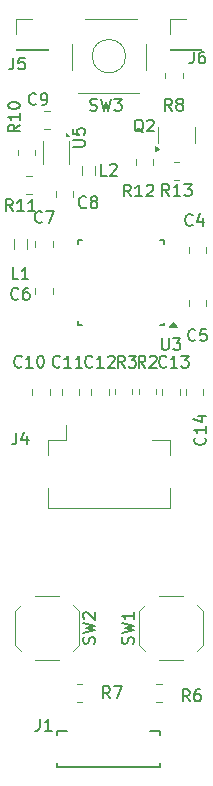
<source format=gbr>
%TF.GenerationSoftware,KiCad,Pcbnew,8.0.6*%
%TF.CreationDate,2024-12-24T16:10:54+01:00*%
%TF.ProjectId,boxmod,626f786d-6f64-42e6-9b69-6361645f7063,rev?*%
%TF.SameCoordinates,Original*%
%TF.FileFunction,Legend,Top*%
%TF.FilePolarity,Positive*%
%FSLAX46Y46*%
G04 Gerber Fmt 4.6, Leading zero omitted, Abs format (unit mm)*
G04 Created by KiCad (PCBNEW 8.0.6) date 2024-12-24 16:10:54*
%MOMM*%
%LPD*%
G01*
G04 APERTURE LIST*
%ADD10C,0.150000*%
%ADD11C,0.120000*%
%ADD12C,0.127000*%
G04 APERTURE END LIST*
D10*
X100833333Y-58954819D02*
X100500000Y-58478628D01*
X100261905Y-58954819D02*
X100261905Y-57954819D01*
X100261905Y-57954819D02*
X100642857Y-57954819D01*
X100642857Y-57954819D02*
X100738095Y-58002438D01*
X100738095Y-58002438D02*
X100785714Y-58050057D01*
X100785714Y-58050057D02*
X100833333Y-58145295D01*
X100833333Y-58145295D02*
X100833333Y-58288152D01*
X100833333Y-58288152D02*
X100785714Y-58383390D01*
X100785714Y-58383390D02*
X100738095Y-58431009D01*
X100738095Y-58431009D02*
X100642857Y-58478628D01*
X100642857Y-58478628D02*
X100261905Y-58478628D01*
X101404762Y-58383390D02*
X101309524Y-58335771D01*
X101309524Y-58335771D02*
X101261905Y-58288152D01*
X101261905Y-58288152D02*
X101214286Y-58192914D01*
X101214286Y-58192914D02*
X101214286Y-58145295D01*
X101214286Y-58145295D02*
X101261905Y-58050057D01*
X101261905Y-58050057D02*
X101309524Y-58002438D01*
X101309524Y-58002438D02*
X101404762Y-57954819D01*
X101404762Y-57954819D02*
X101595238Y-57954819D01*
X101595238Y-57954819D02*
X101690476Y-58002438D01*
X101690476Y-58002438D02*
X101738095Y-58050057D01*
X101738095Y-58050057D02*
X101785714Y-58145295D01*
X101785714Y-58145295D02*
X101785714Y-58192914D01*
X101785714Y-58192914D02*
X101738095Y-58288152D01*
X101738095Y-58288152D02*
X101690476Y-58335771D01*
X101690476Y-58335771D02*
X101595238Y-58383390D01*
X101595238Y-58383390D02*
X101404762Y-58383390D01*
X101404762Y-58383390D02*
X101309524Y-58431009D01*
X101309524Y-58431009D02*
X101261905Y-58478628D01*
X101261905Y-58478628D02*
X101214286Y-58573866D01*
X101214286Y-58573866D02*
X101214286Y-58764342D01*
X101214286Y-58764342D02*
X101261905Y-58859580D01*
X101261905Y-58859580D02*
X101309524Y-58907200D01*
X101309524Y-58907200D02*
X101404762Y-58954819D01*
X101404762Y-58954819D02*
X101595238Y-58954819D01*
X101595238Y-58954819D02*
X101690476Y-58907200D01*
X101690476Y-58907200D02*
X101738095Y-58859580D01*
X101738095Y-58859580D02*
X101785714Y-58764342D01*
X101785714Y-58764342D02*
X101785714Y-58573866D01*
X101785714Y-58573866D02*
X101738095Y-58478628D01*
X101738095Y-58478628D02*
X101690476Y-58431009D01*
X101690476Y-58431009D02*
X101595238Y-58383390D01*
X95333333Y-64454819D02*
X94857143Y-64454819D01*
X94857143Y-64454819D02*
X94857143Y-63454819D01*
X95619048Y-63550057D02*
X95666667Y-63502438D01*
X95666667Y-63502438D02*
X95761905Y-63454819D01*
X95761905Y-63454819D02*
X96000000Y-63454819D01*
X96000000Y-63454819D02*
X96095238Y-63502438D01*
X96095238Y-63502438D02*
X96142857Y-63550057D01*
X96142857Y-63550057D02*
X96190476Y-63645295D01*
X96190476Y-63645295D02*
X96190476Y-63740533D01*
X96190476Y-63740533D02*
X96142857Y-63883390D01*
X96142857Y-63883390D02*
X95571429Y-64454819D01*
X95571429Y-64454819D02*
X96190476Y-64454819D01*
X102833333Y-78359580D02*
X102785714Y-78407200D01*
X102785714Y-78407200D02*
X102642857Y-78454819D01*
X102642857Y-78454819D02*
X102547619Y-78454819D01*
X102547619Y-78454819D02*
X102404762Y-78407200D01*
X102404762Y-78407200D02*
X102309524Y-78311961D01*
X102309524Y-78311961D02*
X102261905Y-78216723D01*
X102261905Y-78216723D02*
X102214286Y-78026247D01*
X102214286Y-78026247D02*
X102214286Y-77883390D01*
X102214286Y-77883390D02*
X102261905Y-77692914D01*
X102261905Y-77692914D02*
X102309524Y-77597676D01*
X102309524Y-77597676D02*
X102404762Y-77502438D01*
X102404762Y-77502438D02*
X102547619Y-77454819D01*
X102547619Y-77454819D02*
X102642857Y-77454819D01*
X102642857Y-77454819D02*
X102785714Y-77502438D01*
X102785714Y-77502438D02*
X102833333Y-77550057D01*
X103738095Y-77454819D02*
X103261905Y-77454819D01*
X103261905Y-77454819D02*
X103214286Y-77931009D01*
X103214286Y-77931009D02*
X103261905Y-77883390D01*
X103261905Y-77883390D02*
X103357143Y-77835771D01*
X103357143Y-77835771D02*
X103595238Y-77835771D01*
X103595238Y-77835771D02*
X103690476Y-77883390D01*
X103690476Y-77883390D02*
X103738095Y-77931009D01*
X103738095Y-77931009D02*
X103785714Y-78026247D01*
X103785714Y-78026247D02*
X103785714Y-78264342D01*
X103785714Y-78264342D02*
X103738095Y-78359580D01*
X103738095Y-78359580D02*
X103690476Y-78407200D01*
X103690476Y-78407200D02*
X103595238Y-78454819D01*
X103595238Y-78454819D02*
X103357143Y-78454819D01*
X103357143Y-78454819D02*
X103261905Y-78407200D01*
X103261905Y-78407200D02*
X103214286Y-78359580D01*
X87357142Y-67454819D02*
X87023809Y-66978628D01*
X86785714Y-67454819D02*
X86785714Y-66454819D01*
X86785714Y-66454819D02*
X87166666Y-66454819D01*
X87166666Y-66454819D02*
X87261904Y-66502438D01*
X87261904Y-66502438D02*
X87309523Y-66550057D01*
X87309523Y-66550057D02*
X87357142Y-66645295D01*
X87357142Y-66645295D02*
X87357142Y-66788152D01*
X87357142Y-66788152D02*
X87309523Y-66883390D01*
X87309523Y-66883390D02*
X87261904Y-66931009D01*
X87261904Y-66931009D02*
X87166666Y-66978628D01*
X87166666Y-66978628D02*
X86785714Y-66978628D01*
X88309523Y-67454819D02*
X87738095Y-67454819D01*
X88023809Y-67454819D02*
X88023809Y-66454819D01*
X88023809Y-66454819D02*
X87928571Y-66597676D01*
X87928571Y-66597676D02*
X87833333Y-66692914D01*
X87833333Y-66692914D02*
X87738095Y-66740533D01*
X89261904Y-67454819D02*
X88690476Y-67454819D01*
X88976190Y-67454819D02*
X88976190Y-66454819D01*
X88976190Y-66454819D02*
X88880952Y-66597676D01*
X88880952Y-66597676D02*
X88785714Y-66692914D01*
X88785714Y-66692914D02*
X88690476Y-66740533D01*
X96833333Y-80704819D02*
X96500000Y-80228628D01*
X96261905Y-80704819D02*
X96261905Y-79704819D01*
X96261905Y-79704819D02*
X96642857Y-79704819D01*
X96642857Y-79704819D02*
X96738095Y-79752438D01*
X96738095Y-79752438D02*
X96785714Y-79800057D01*
X96785714Y-79800057D02*
X96833333Y-79895295D01*
X96833333Y-79895295D02*
X96833333Y-80038152D01*
X96833333Y-80038152D02*
X96785714Y-80133390D01*
X96785714Y-80133390D02*
X96738095Y-80181009D01*
X96738095Y-80181009D02*
X96642857Y-80228628D01*
X96642857Y-80228628D02*
X96261905Y-80228628D01*
X97166667Y-79704819D02*
X97785714Y-79704819D01*
X97785714Y-79704819D02*
X97452381Y-80085771D01*
X97452381Y-80085771D02*
X97595238Y-80085771D01*
X97595238Y-80085771D02*
X97690476Y-80133390D01*
X97690476Y-80133390D02*
X97738095Y-80181009D01*
X97738095Y-80181009D02*
X97785714Y-80276247D01*
X97785714Y-80276247D02*
X97785714Y-80514342D01*
X97785714Y-80514342D02*
X97738095Y-80609580D01*
X97738095Y-80609580D02*
X97690476Y-80657200D01*
X97690476Y-80657200D02*
X97595238Y-80704819D01*
X97595238Y-80704819D02*
X97309524Y-80704819D01*
X97309524Y-80704819D02*
X97214286Y-80657200D01*
X97214286Y-80657200D02*
X97166667Y-80609580D01*
X98583333Y-80704819D02*
X98250000Y-80228628D01*
X98011905Y-80704819D02*
X98011905Y-79704819D01*
X98011905Y-79704819D02*
X98392857Y-79704819D01*
X98392857Y-79704819D02*
X98488095Y-79752438D01*
X98488095Y-79752438D02*
X98535714Y-79800057D01*
X98535714Y-79800057D02*
X98583333Y-79895295D01*
X98583333Y-79895295D02*
X98583333Y-80038152D01*
X98583333Y-80038152D02*
X98535714Y-80133390D01*
X98535714Y-80133390D02*
X98488095Y-80181009D01*
X98488095Y-80181009D02*
X98392857Y-80228628D01*
X98392857Y-80228628D02*
X98011905Y-80228628D01*
X98964286Y-79800057D02*
X99011905Y-79752438D01*
X99011905Y-79752438D02*
X99107143Y-79704819D01*
X99107143Y-79704819D02*
X99345238Y-79704819D01*
X99345238Y-79704819D02*
X99440476Y-79752438D01*
X99440476Y-79752438D02*
X99488095Y-79800057D01*
X99488095Y-79800057D02*
X99535714Y-79895295D01*
X99535714Y-79895295D02*
X99535714Y-79990533D01*
X99535714Y-79990533D02*
X99488095Y-80133390D01*
X99488095Y-80133390D02*
X98916667Y-80704819D01*
X98916667Y-80704819D02*
X99535714Y-80704819D01*
X98404761Y-60800057D02*
X98309523Y-60752438D01*
X98309523Y-60752438D02*
X98214285Y-60657200D01*
X98214285Y-60657200D02*
X98071428Y-60514342D01*
X98071428Y-60514342D02*
X97976190Y-60466723D01*
X97976190Y-60466723D02*
X97880952Y-60466723D01*
X97928571Y-60704819D02*
X97833333Y-60657200D01*
X97833333Y-60657200D02*
X97738095Y-60561961D01*
X97738095Y-60561961D02*
X97690476Y-60371485D01*
X97690476Y-60371485D02*
X97690476Y-60038152D01*
X97690476Y-60038152D02*
X97738095Y-59847676D01*
X97738095Y-59847676D02*
X97833333Y-59752438D01*
X97833333Y-59752438D02*
X97928571Y-59704819D01*
X97928571Y-59704819D02*
X98119047Y-59704819D01*
X98119047Y-59704819D02*
X98214285Y-59752438D01*
X98214285Y-59752438D02*
X98309523Y-59847676D01*
X98309523Y-59847676D02*
X98357142Y-60038152D01*
X98357142Y-60038152D02*
X98357142Y-60371485D01*
X98357142Y-60371485D02*
X98309523Y-60561961D01*
X98309523Y-60561961D02*
X98214285Y-60657200D01*
X98214285Y-60657200D02*
X98119047Y-60704819D01*
X98119047Y-60704819D02*
X97928571Y-60704819D01*
X98738095Y-59800057D02*
X98785714Y-59752438D01*
X98785714Y-59752438D02*
X98880952Y-59704819D01*
X98880952Y-59704819D02*
X99119047Y-59704819D01*
X99119047Y-59704819D02*
X99214285Y-59752438D01*
X99214285Y-59752438D02*
X99261904Y-59800057D01*
X99261904Y-59800057D02*
X99309523Y-59895295D01*
X99309523Y-59895295D02*
X99309523Y-59990533D01*
X99309523Y-59990533D02*
X99261904Y-60133390D01*
X99261904Y-60133390D02*
X98690476Y-60704819D01*
X98690476Y-60704819D02*
X99309523Y-60704819D01*
X102333333Y-108954819D02*
X102000000Y-108478628D01*
X101761905Y-108954819D02*
X101761905Y-107954819D01*
X101761905Y-107954819D02*
X102142857Y-107954819D01*
X102142857Y-107954819D02*
X102238095Y-108002438D01*
X102238095Y-108002438D02*
X102285714Y-108050057D01*
X102285714Y-108050057D02*
X102333333Y-108145295D01*
X102333333Y-108145295D02*
X102333333Y-108288152D01*
X102333333Y-108288152D02*
X102285714Y-108383390D01*
X102285714Y-108383390D02*
X102238095Y-108431009D01*
X102238095Y-108431009D02*
X102142857Y-108478628D01*
X102142857Y-108478628D02*
X101761905Y-108478628D01*
X103190476Y-107954819D02*
X103000000Y-107954819D01*
X103000000Y-107954819D02*
X102904762Y-108002438D01*
X102904762Y-108002438D02*
X102857143Y-108050057D01*
X102857143Y-108050057D02*
X102761905Y-108192914D01*
X102761905Y-108192914D02*
X102714286Y-108383390D01*
X102714286Y-108383390D02*
X102714286Y-108764342D01*
X102714286Y-108764342D02*
X102761905Y-108859580D01*
X102761905Y-108859580D02*
X102809524Y-108907200D01*
X102809524Y-108907200D02*
X102904762Y-108954819D01*
X102904762Y-108954819D02*
X103095238Y-108954819D01*
X103095238Y-108954819D02*
X103190476Y-108907200D01*
X103190476Y-108907200D02*
X103238095Y-108859580D01*
X103238095Y-108859580D02*
X103285714Y-108764342D01*
X103285714Y-108764342D02*
X103285714Y-108526247D01*
X103285714Y-108526247D02*
X103238095Y-108431009D01*
X103238095Y-108431009D02*
X103190476Y-108383390D01*
X103190476Y-108383390D02*
X103095238Y-108335771D01*
X103095238Y-108335771D02*
X102904762Y-108335771D01*
X102904762Y-108335771D02*
X102809524Y-108383390D01*
X102809524Y-108383390D02*
X102761905Y-108431009D01*
X102761905Y-108431009D02*
X102714286Y-108526247D01*
X87954819Y-60142857D02*
X87478628Y-60476190D01*
X87954819Y-60714285D02*
X86954819Y-60714285D01*
X86954819Y-60714285D02*
X86954819Y-60333333D01*
X86954819Y-60333333D02*
X87002438Y-60238095D01*
X87002438Y-60238095D02*
X87050057Y-60190476D01*
X87050057Y-60190476D02*
X87145295Y-60142857D01*
X87145295Y-60142857D02*
X87288152Y-60142857D01*
X87288152Y-60142857D02*
X87383390Y-60190476D01*
X87383390Y-60190476D02*
X87431009Y-60238095D01*
X87431009Y-60238095D02*
X87478628Y-60333333D01*
X87478628Y-60333333D02*
X87478628Y-60714285D01*
X87954819Y-59190476D02*
X87954819Y-59761904D01*
X87954819Y-59476190D02*
X86954819Y-59476190D01*
X86954819Y-59476190D02*
X87097676Y-59571428D01*
X87097676Y-59571428D02*
X87192914Y-59666666D01*
X87192914Y-59666666D02*
X87240533Y-59761904D01*
X86954819Y-58571428D02*
X86954819Y-58476190D01*
X86954819Y-58476190D02*
X87002438Y-58380952D01*
X87002438Y-58380952D02*
X87050057Y-58333333D01*
X87050057Y-58333333D02*
X87145295Y-58285714D01*
X87145295Y-58285714D02*
X87335771Y-58238095D01*
X87335771Y-58238095D02*
X87573866Y-58238095D01*
X87573866Y-58238095D02*
X87764342Y-58285714D01*
X87764342Y-58285714D02*
X87859580Y-58333333D01*
X87859580Y-58333333D02*
X87907200Y-58380952D01*
X87907200Y-58380952D02*
X87954819Y-58476190D01*
X87954819Y-58476190D02*
X87954819Y-58571428D01*
X87954819Y-58571428D02*
X87907200Y-58666666D01*
X87907200Y-58666666D02*
X87859580Y-58714285D01*
X87859580Y-58714285D02*
X87764342Y-58761904D01*
X87764342Y-58761904D02*
X87573866Y-58809523D01*
X87573866Y-58809523D02*
X87335771Y-58809523D01*
X87335771Y-58809523D02*
X87145295Y-58761904D01*
X87145295Y-58761904D02*
X87050057Y-58714285D01*
X87050057Y-58714285D02*
X87002438Y-58666666D01*
X87002438Y-58666666D02*
X86954819Y-58571428D01*
X100357142Y-80609580D02*
X100309523Y-80657200D01*
X100309523Y-80657200D02*
X100166666Y-80704819D01*
X100166666Y-80704819D02*
X100071428Y-80704819D01*
X100071428Y-80704819D02*
X99928571Y-80657200D01*
X99928571Y-80657200D02*
X99833333Y-80561961D01*
X99833333Y-80561961D02*
X99785714Y-80466723D01*
X99785714Y-80466723D02*
X99738095Y-80276247D01*
X99738095Y-80276247D02*
X99738095Y-80133390D01*
X99738095Y-80133390D02*
X99785714Y-79942914D01*
X99785714Y-79942914D02*
X99833333Y-79847676D01*
X99833333Y-79847676D02*
X99928571Y-79752438D01*
X99928571Y-79752438D02*
X100071428Y-79704819D01*
X100071428Y-79704819D02*
X100166666Y-79704819D01*
X100166666Y-79704819D02*
X100309523Y-79752438D01*
X100309523Y-79752438D02*
X100357142Y-79800057D01*
X101309523Y-80704819D02*
X100738095Y-80704819D01*
X101023809Y-80704819D02*
X101023809Y-79704819D01*
X101023809Y-79704819D02*
X100928571Y-79847676D01*
X100928571Y-79847676D02*
X100833333Y-79942914D01*
X100833333Y-79942914D02*
X100738095Y-79990533D01*
X101642857Y-79704819D02*
X102261904Y-79704819D01*
X102261904Y-79704819D02*
X101928571Y-80085771D01*
X101928571Y-80085771D02*
X102071428Y-80085771D01*
X102071428Y-80085771D02*
X102166666Y-80133390D01*
X102166666Y-80133390D02*
X102214285Y-80181009D01*
X102214285Y-80181009D02*
X102261904Y-80276247D01*
X102261904Y-80276247D02*
X102261904Y-80514342D01*
X102261904Y-80514342D02*
X102214285Y-80609580D01*
X102214285Y-80609580D02*
X102166666Y-80657200D01*
X102166666Y-80657200D02*
X102071428Y-80704819D01*
X102071428Y-80704819D02*
X101785714Y-80704819D01*
X101785714Y-80704819D02*
X101690476Y-80657200D01*
X101690476Y-80657200D02*
X101642857Y-80609580D01*
X91357142Y-80609580D02*
X91309523Y-80657200D01*
X91309523Y-80657200D02*
X91166666Y-80704819D01*
X91166666Y-80704819D02*
X91071428Y-80704819D01*
X91071428Y-80704819D02*
X90928571Y-80657200D01*
X90928571Y-80657200D02*
X90833333Y-80561961D01*
X90833333Y-80561961D02*
X90785714Y-80466723D01*
X90785714Y-80466723D02*
X90738095Y-80276247D01*
X90738095Y-80276247D02*
X90738095Y-80133390D01*
X90738095Y-80133390D02*
X90785714Y-79942914D01*
X90785714Y-79942914D02*
X90833333Y-79847676D01*
X90833333Y-79847676D02*
X90928571Y-79752438D01*
X90928571Y-79752438D02*
X91071428Y-79704819D01*
X91071428Y-79704819D02*
X91166666Y-79704819D01*
X91166666Y-79704819D02*
X91309523Y-79752438D01*
X91309523Y-79752438D02*
X91357142Y-79800057D01*
X92309523Y-80704819D02*
X91738095Y-80704819D01*
X92023809Y-80704819D02*
X92023809Y-79704819D01*
X92023809Y-79704819D02*
X91928571Y-79847676D01*
X91928571Y-79847676D02*
X91833333Y-79942914D01*
X91833333Y-79942914D02*
X91738095Y-79990533D01*
X93261904Y-80704819D02*
X92690476Y-80704819D01*
X92976190Y-80704819D02*
X92976190Y-79704819D01*
X92976190Y-79704819D02*
X92880952Y-79847676D01*
X92880952Y-79847676D02*
X92785714Y-79942914D01*
X92785714Y-79942914D02*
X92690476Y-79990533D01*
X92454819Y-62011904D02*
X93264342Y-62011904D01*
X93264342Y-62011904D02*
X93359580Y-61964285D01*
X93359580Y-61964285D02*
X93407200Y-61916666D01*
X93407200Y-61916666D02*
X93454819Y-61821428D01*
X93454819Y-61821428D02*
X93454819Y-61630952D01*
X93454819Y-61630952D02*
X93407200Y-61535714D01*
X93407200Y-61535714D02*
X93359580Y-61488095D01*
X93359580Y-61488095D02*
X93264342Y-61440476D01*
X93264342Y-61440476D02*
X92454819Y-61440476D01*
X92454819Y-60488095D02*
X92454819Y-60964285D01*
X92454819Y-60964285D02*
X92931009Y-61011904D01*
X92931009Y-61011904D02*
X92883390Y-60964285D01*
X92883390Y-60964285D02*
X92835771Y-60869047D01*
X92835771Y-60869047D02*
X92835771Y-60630952D01*
X92835771Y-60630952D02*
X92883390Y-60535714D01*
X92883390Y-60535714D02*
X92931009Y-60488095D01*
X92931009Y-60488095D02*
X93026247Y-60440476D01*
X93026247Y-60440476D02*
X93264342Y-60440476D01*
X93264342Y-60440476D02*
X93359580Y-60488095D01*
X93359580Y-60488095D02*
X93407200Y-60535714D01*
X93407200Y-60535714D02*
X93454819Y-60630952D01*
X93454819Y-60630952D02*
X93454819Y-60869047D01*
X93454819Y-60869047D02*
X93407200Y-60964285D01*
X93407200Y-60964285D02*
X93359580Y-61011904D01*
X97557200Y-104083332D02*
X97604819Y-103940475D01*
X97604819Y-103940475D02*
X97604819Y-103702380D01*
X97604819Y-103702380D02*
X97557200Y-103607142D01*
X97557200Y-103607142D02*
X97509580Y-103559523D01*
X97509580Y-103559523D02*
X97414342Y-103511904D01*
X97414342Y-103511904D02*
X97319104Y-103511904D01*
X97319104Y-103511904D02*
X97223866Y-103559523D01*
X97223866Y-103559523D02*
X97176247Y-103607142D01*
X97176247Y-103607142D02*
X97128628Y-103702380D01*
X97128628Y-103702380D02*
X97081009Y-103892856D01*
X97081009Y-103892856D02*
X97033390Y-103988094D01*
X97033390Y-103988094D02*
X96985771Y-104035713D01*
X96985771Y-104035713D02*
X96890533Y-104083332D01*
X96890533Y-104083332D02*
X96795295Y-104083332D01*
X96795295Y-104083332D02*
X96700057Y-104035713D01*
X96700057Y-104035713D02*
X96652438Y-103988094D01*
X96652438Y-103988094D02*
X96604819Y-103892856D01*
X96604819Y-103892856D02*
X96604819Y-103654761D01*
X96604819Y-103654761D02*
X96652438Y-103511904D01*
X96604819Y-103178570D02*
X97604819Y-102940475D01*
X97604819Y-102940475D02*
X96890533Y-102749999D01*
X96890533Y-102749999D02*
X97604819Y-102559523D01*
X97604819Y-102559523D02*
X96604819Y-102321428D01*
X97604819Y-101416666D02*
X97604819Y-101988094D01*
X97604819Y-101702380D02*
X96604819Y-101702380D01*
X96604819Y-101702380D02*
X96747676Y-101797618D01*
X96747676Y-101797618D02*
X96842914Y-101892856D01*
X96842914Y-101892856D02*
X96890533Y-101988094D01*
X87833333Y-74859580D02*
X87785714Y-74907200D01*
X87785714Y-74907200D02*
X87642857Y-74954819D01*
X87642857Y-74954819D02*
X87547619Y-74954819D01*
X87547619Y-74954819D02*
X87404762Y-74907200D01*
X87404762Y-74907200D02*
X87309524Y-74811961D01*
X87309524Y-74811961D02*
X87261905Y-74716723D01*
X87261905Y-74716723D02*
X87214286Y-74526247D01*
X87214286Y-74526247D02*
X87214286Y-74383390D01*
X87214286Y-74383390D02*
X87261905Y-74192914D01*
X87261905Y-74192914D02*
X87309524Y-74097676D01*
X87309524Y-74097676D02*
X87404762Y-74002438D01*
X87404762Y-74002438D02*
X87547619Y-73954819D01*
X87547619Y-73954819D02*
X87642857Y-73954819D01*
X87642857Y-73954819D02*
X87785714Y-74002438D01*
X87785714Y-74002438D02*
X87833333Y-74050057D01*
X88690476Y-73954819D02*
X88500000Y-73954819D01*
X88500000Y-73954819D02*
X88404762Y-74002438D01*
X88404762Y-74002438D02*
X88357143Y-74050057D01*
X88357143Y-74050057D02*
X88261905Y-74192914D01*
X88261905Y-74192914D02*
X88214286Y-74383390D01*
X88214286Y-74383390D02*
X88214286Y-74764342D01*
X88214286Y-74764342D02*
X88261905Y-74859580D01*
X88261905Y-74859580D02*
X88309524Y-74907200D01*
X88309524Y-74907200D02*
X88404762Y-74954819D01*
X88404762Y-74954819D02*
X88595238Y-74954819D01*
X88595238Y-74954819D02*
X88690476Y-74907200D01*
X88690476Y-74907200D02*
X88738095Y-74859580D01*
X88738095Y-74859580D02*
X88785714Y-74764342D01*
X88785714Y-74764342D02*
X88785714Y-74526247D01*
X88785714Y-74526247D02*
X88738095Y-74431009D01*
X88738095Y-74431009D02*
X88690476Y-74383390D01*
X88690476Y-74383390D02*
X88595238Y-74335771D01*
X88595238Y-74335771D02*
X88404762Y-74335771D01*
X88404762Y-74335771D02*
X88309524Y-74383390D01*
X88309524Y-74383390D02*
X88261905Y-74431009D01*
X88261905Y-74431009D02*
X88214286Y-74526247D01*
X87666666Y-86204819D02*
X87666666Y-86919104D01*
X87666666Y-86919104D02*
X87619047Y-87061961D01*
X87619047Y-87061961D02*
X87523809Y-87157200D01*
X87523809Y-87157200D02*
X87380952Y-87204819D01*
X87380952Y-87204819D02*
X87285714Y-87204819D01*
X88571428Y-86538152D02*
X88571428Y-87204819D01*
X88333333Y-86157200D02*
X88095238Y-86871485D01*
X88095238Y-86871485D02*
X88714285Y-86871485D01*
X94107142Y-80609580D02*
X94059523Y-80657200D01*
X94059523Y-80657200D02*
X93916666Y-80704819D01*
X93916666Y-80704819D02*
X93821428Y-80704819D01*
X93821428Y-80704819D02*
X93678571Y-80657200D01*
X93678571Y-80657200D02*
X93583333Y-80561961D01*
X93583333Y-80561961D02*
X93535714Y-80466723D01*
X93535714Y-80466723D02*
X93488095Y-80276247D01*
X93488095Y-80276247D02*
X93488095Y-80133390D01*
X93488095Y-80133390D02*
X93535714Y-79942914D01*
X93535714Y-79942914D02*
X93583333Y-79847676D01*
X93583333Y-79847676D02*
X93678571Y-79752438D01*
X93678571Y-79752438D02*
X93821428Y-79704819D01*
X93821428Y-79704819D02*
X93916666Y-79704819D01*
X93916666Y-79704819D02*
X94059523Y-79752438D01*
X94059523Y-79752438D02*
X94107142Y-79800057D01*
X95059523Y-80704819D02*
X94488095Y-80704819D01*
X94773809Y-80704819D02*
X94773809Y-79704819D01*
X94773809Y-79704819D02*
X94678571Y-79847676D01*
X94678571Y-79847676D02*
X94583333Y-79942914D01*
X94583333Y-79942914D02*
X94488095Y-79990533D01*
X95440476Y-79800057D02*
X95488095Y-79752438D01*
X95488095Y-79752438D02*
X95583333Y-79704819D01*
X95583333Y-79704819D02*
X95821428Y-79704819D01*
X95821428Y-79704819D02*
X95916666Y-79752438D01*
X95916666Y-79752438D02*
X95964285Y-79800057D01*
X95964285Y-79800057D02*
X96011904Y-79895295D01*
X96011904Y-79895295D02*
X96011904Y-79990533D01*
X96011904Y-79990533D02*
X95964285Y-80133390D01*
X95964285Y-80133390D02*
X95392857Y-80704819D01*
X95392857Y-80704819D02*
X96011904Y-80704819D01*
X93916667Y-58907200D02*
X94059524Y-58954819D01*
X94059524Y-58954819D02*
X94297619Y-58954819D01*
X94297619Y-58954819D02*
X94392857Y-58907200D01*
X94392857Y-58907200D02*
X94440476Y-58859580D01*
X94440476Y-58859580D02*
X94488095Y-58764342D01*
X94488095Y-58764342D02*
X94488095Y-58669104D01*
X94488095Y-58669104D02*
X94440476Y-58573866D01*
X94440476Y-58573866D02*
X94392857Y-58526247D01*
X94392857Y-58526247D02*
X94297619Y-58478628D01*
X94297619Y-58478628D02*
X94107143Y-58431009D01*
X94107143Y-58431009D02*
X94011905Y-58383390D01*
X94011905Y-58383390D02*
X93964286Y-58335771D01*
X93964286Y-58335771D02*
X93916667Y-58240533D01*
X93916667Y-58240533D02*
X93916667Y-58145295D01*
X93916667Y-58145295D02*
X93964286Y-58050057D01*
X93964286Y-58050057D02*
X94011905Y-58002438D01*
X94011905Y-58002438D02*
X94107143Y-57954819D01*
X94107143Y-57954819D02*
X94345238Y-57954819D01*
X94345238Y-57954819D02*
X94488095Y-58002438D01*
X94821429Y-57954819D02*
X95059524Y-58954819D01*
X95059524Y-58954819D02*
X95250000Y-58240533D01*
X95250000Y-58240533D02*
X95440476Y-58954819D01*
X95440476Y-58954819D02*
X95678572Y-57954819D01*
X95964286Y-57954819D02*
X96583333Y-57954819D01*
X96583333Y-57954819D02*
X96250000Y-58335771D01*
X96250000Y-58335771D02*
X96392857Y-58335771D01*
X96392857Y-58335771D02*
X96488095Y-58383390D01*
X96488095Y-58383390D02*
X96535714Y-58431009D01*
X96535714Y-58431009D02*
X96583333Y-58526247D01*
X96583333Y-58526247D02*
X96583333Y-58764342D01*
X96583333Y-58764342D02*
X96535714Y-58859580D01*
X96535714Y-58859580D02*
X96488095Y-58907200D01*
X96488095Y-58907200D02*
X96392857Y-58954819D01*
X96392857Y-58954819D02*
X96107143Y-58954819D01*
X96107143Y-58954819D02*
X96011905Y-58907200D01*
X96011905Y-58907200D02*
X95964286Y-58859580D01*
X97357142Y-66204819D02*
X97023809Y-65728628D01*
X96785714Y-66204819D02*
X96785714Y-65204819D01*
X96785714Y-65204819D02*
X97166666Y-65204819D01*
X97166666Y-65204819D02*
X97261904Y-65252438D01*
X97261904Y-65252438D02*
X97309523Y-65300057D01*
X97309523Y-65300057D02*
X97357142Y-65395295D01*
X97357142Y-65395295D02*
X97357142Y-65538152D01*
X97357142Y-65538152D02*
X97309523Y-65633390D01*
X97309523Y-65633390D02*
X97261904Y-65681009D01*
X97261904Y-65681009D02*
X97166666Y-65728628D01*
X97166666Y-65728628D02*
X96785714Y-65728628D01*
X98309523Y-66204819D02*
X97738095Y-66204819D01*
X98023809Y-66204819D02*
X98023809Y-65204819D01*
X98023809Y-65204819D02*
X97928571Y-65347676D01*
X97928571Y-65347676D02*
X97833333Y-65442914D01*
X97833333Y-65442914D02*
X97738095Y-65490533D01*
X98690476Y-65300057D02*
X98738095Y-65252438D01*
X98738095Y-65252438D02*
X98833333Y-65204819D01*
X98833333Y-65204819D02*
X99071428Y-65204819D01*
X99071428Y-65204819D02*
X99166666Y-65252438D01*
X99166666Y-65252438D02*
X99214285Y-65300057D01*
X99214285Y-65300057D02*
X99261904Y-65395295D01*
X99261904Y-65395295D02*
X99261904Y-65490533D01*
X99261904Y-65490533D02*
X99214285Y-65633390D01*
X99214285Y-65633390D02*
X98642857Y-66204819D01*
X98642857Y-66204819D02*
X99261904Y-66204819D01*
X89833333Y-68359580D02*
X89785714Y-68407200D01*
X89785714Y-68407200D02*
X89642857Y-68454819D01*
X89642857Y-68454819D02*
X89547619Y-68454819D01*
X89547619Y-68454819D02*
X89404762Y-68407200D01*
X89404762Y-68407200D02*
X89309524Y-68311961D01*
X89309524Y-68311961D02*
X89261905Y-68216723D01*
X89261905Y-68216723D02*
X89214286Y-68026247D01*
X89214286Y-68026247D02*
X89214286Y-67883390D01*
X89214286Y-67883390D02*
X89261905Y-67692914D01*
X89261905Y-67692914D02*
X89309524Y-67597676D01*
X89309524Y-67597676D02*
X89404762Y-67502438D01*
X89404762Y-67502438D02*
X89547619Y-67454819D01*
X89547619Y-67454819D02*
X89642857Y-67454819D01*
X89642857Y-67454819D02*
X89785714Y-67502438D01*
X89785714Y-67502438D02*
X89833333Y-67550057D01*
X90166667Y-67454819D02*
X90833333Y-67454819D01*
X90833333Y-67454819D02*
X90404762Y-68454819D01*
X99988095Y-78204819D02*
X99988095Y-79014342D01*
X99988095Y-79014342D02*
X100035714Y-79109580D01*
X100035714Y-79109580D02*
X100083333Y-79157200D01*
X100083333Y-79157200D02*
X100178571Y-79204819D01*
X100178571Y-79204819D02*
X100369047Y-79204819D01*
X100369047Y-79204819D02*
X100464285Y-79157200D01*
X100464285Y-79157200D02*
X100511904Y-79109580D01*
X100511904Y-79109580D02*
X100559523Y-79014342D01*
X100559523Y-79014342D02*
X100559523Y-78204819D01*
X100940476Y-78204819D02*
X101559523Y-78204819D01*
X101559523Y-78204819D02*
X101226190Y-78585771D01*
X101226190Y-78585771D02*
X101369047Y-78585771D01*
X101369047Y-78585771D02*
X101464285Y-78633390D01*
X101464285Y-78633390D02*
X101511904Y-78681009D01*
X101511904Y-78681009D02*
X101559523Y-78776247D01*
X101559523Y-78776247D02*
X101559523Y-79014342D01*
X101559523Y-79014342D02*
X101511904Y-79109580D01*
X101511904Y-79109580D02*
X101464285Y-79157200D01*
X101464285Y-79157200D02*
X101369047Y-79204819D01*
X101369047Y-79204819D02*
X101083333Y-79204819D01*
X101083333Y-79204819D02*
X100988095Y-79157200D01*
X100988095Y-79157200D02*
X100940476Y-79109580D01*
X87416666Y-54454819D02*
X87416666Y-55169104D01*
X87416666Y-55169104D02*
X87369047Y-55311961D01*
X87369047Y-55311961D02*
X87273809Y-55407200D01*
X87273809Y-55407200D02*
X87130952Y-55454819D01*
X87130952Y-55454819D02*
X87035714Y-55454819D01*
X88369047Y-54454819D02*
X87892857Y-54454819D01*
X87892857Y-54454819D02*
X87845238Y-54931009D01*
X87845238Y-54931009D02*
X87892857Y-54883390D01*
X87892857Y-54883390D02*
X87988095Y-54835771D01*
X87988095Y-54835771D02*
X88226190Y-54835771D01*
X88226190Y-54835771D02*
X88321428Y-54883390D01*
X88321428Y-54883390D02*
X88369047Y-54931009D01*
X88369047Y-54931009D02*
X88416666Y-55026247D01*
X88416666Y-55026247D02*
X88416666Y-55264342D01*
X88416666Y-55264342D02*
X88369047Y-55359580D01*
X88369047Y-55359580D02*
X88321428Y-55407200D01*
X88321428Y-55407200D02*
X88226190Y-55454819D01*
X88226190Y-55454819D02*
X87988095Y-55454819D01*
X87988095Y-55454819D02*
X87892857Y-55407200D01*
X87892857Y-55407200D02*
X87845238Y-55359580D01*
X103609580Y-86642857D02*
X103657200Y-86690476D01*
X103657200Y-86690476D02*
X103704819Y-86833333D01*
X103704819Y-86833333D02*
X103704819Y-86928571D01*
X103704819Y-86928571D02*
X103657200Y-87071428D01*
X103657200Y-87071428D02*
X103561961Y-87166666D01*
X103561961Y-87166666D02*
X103466723Y-87214285D01*
X103466723Y-87214285D02*
X103276247Y-87261904D01*
X103276247Y-87261904D02*
X103133390Y-87261904D01*
X103133390Y-87261904D02*
X102942914Y-87214285D01*
X102942914Y-87214285D02*
X102847676Y-87166666D01*
X102847676Y-87166666D02*
X102752438Y-87071428D01*
X102752438Y-87071428D02*
X102704819Y-86928571D01*
X102704819Y-86928571D02*
X102704819Y-86833333D01*
X102704819Y-86833333D02*
X102752438Y-86690476D01*
X102752438Y-86690476D02*
X102800057Y-86642857D01*
X103704819Y-85690476D02*
X103704819Y-86261904D01*
X103704819Y-85976190D02*
X102704819Y-85976190D01*
X102704819Y-85976190D02*
X102847676Y-86071428D01*
X102847676Y-86071428D02*
X102942914Y-86166666D01*
X102942914Y-86166666D02*
X102990533Y-86261904D01*
X103038152Y-84833333D02*
X103704819Y-84833333D01*
X102657200Y-85071428D02*
X103371485Y-85309523D01*
X103371485Y-85309523D02*
X103371485Y-84690476D01*
X94257200Y-104083332D02*
X94304819Y-103940475D01*
X94304819Y-103940475D02*
X94304819Y-103702380D01*
X94304819Y-103702380D02*
X94257200Y-103607142D01*
X94257200Y-103607142D02*
X94209580Y-103559523D01*
X94209580Y-103559523D02*
X94114342Y-103511904D01*
X94114342Y-103511904D02*
X94019104Y-103511904D01*
X94019104Y-103511904D02*
X93923866Y-103559523D01*
X93923866Y-103559523D02*
X93876247Y-103607142D01*
X93876247Y-103607142D02*
X93828628Y-103702380D01*
X93828628Y-103702380D02*
X93781009Y-103892856D01*
X93781009Y-103892856D02*
X93733390Y-103988094D01*
X93733390Y-103988094D02*
X93685771Y-104035713D01*
X93685771Y-104035713D02*
X93590533Y-104083332D01*
X93590533Y-104083332D02*
X93495295Y-104083332D01*
X93495295Y-104083332D02*
X93400057Y-104035713D01*
X93400057Y-104035713D02*
X93352438Y-103988094D01*
X93352438Y-103988094D02*
X93304819Y-103892856D01*
X93304819Y-103892856D02*
X93304819Y-103654761D01*
X93304819Y-103654761D02*
X93352438Y-103511904D01*
X93304819Y-103178570D02*
X94304819Y-102940475D01*
X94304819Y-102940475D02*
X93590533Y-102749999D01*
X93590533Y-102749999D02*
X94304819Y-102559523D01*
X94304819Y-102559523D02*
X93304819Y-102321428D01*
X93400057Y-101988094D02*
X93352438Y-101940475D01*
X93352438Y-101940475D02*
X93304819Y-101845237D01*
X93304819Y-101845237D02*
X93304819Y-101607142D01*
X93304819Y-101607142D02*
X93352438Y-101511904D01*
X93352438Y-101511904D02*
X93400057Y-101464285D01*
X93400057Y-101464285D02*
X93495295Y-101416666D01*
X93495295Y-101416666D02*
X93590533Y-101416666D01*
X93590533Y-101416666D02*
X93733390Y-101464285D01*
X93733390Y-101464285D02*
X94304819Y-102035713D01*
X94304819Y-102035713D02*
X94304819Y-101416666D01*
X89333333Y-58359580D02*
X89285714Y-58407200D01*
X89285714Y-58407200D02*
X89142857Y-58454819D01*
X89142857Y-58454819D02*
X89047619Y-58454819D01*
X89047619Y-58454819D02*
X88904762Y-58407200D01*
X88904762Y-58407200D02*
X88809524Y-58311961D01*
X88809524Y-58311961D02*
X88761905Y-58216723D01*
X88761905Y-58216723D02*
X88714286Y-58026247D01*
X88714286Y-58026247D02*
X88714286Y-57883390D01*
X88714286Y-57883390D02*
X88761905Y-57692914D01*
X88761905Y-57692914D02*
X88809524Y-57597676D01*
X88809524Y-57597676D02*
X88904762Y-57502438D01*
X88904762Y-57502438D02*
X89047619Y-57454819D01*
X89047619Y-57454819D02*
X89142857Y-57454819D01*
X89142857Y-57454819D02*
X89285714Y-57502438D01*
X89285714Y-57502438D02*
X89333333Y-57550057D01*
X89809524Y-58454819D02*
X90000000Y-58454819D01*
X90000000Y-58454819D02*
X90095238Y-58407200D01*
X90095238Y-58407200D02*
X90142857Y-58359580D01*
X90142857Y-58359580D02*
X90238095Y-58216723D01*
X90238095Y-58216723D02*
X90285714Y-58026247D01*
X90285714Y-58026247D02*
X90285714Y-57645295D01*
X90285714Y-57645295D02*
X90238095Y-57550057D01*
X90238095Y-57550057D02*
X90190476Y-57502438D01*
X90190476Y-57502438D02*
X90095238Y-57454819D01*
X90095238Y-57454819D02*
X89904762Y-57454819D01*
X89904762Y-57454819D02*
X89809524Y-57502438D01*
X89809524Y-57502438D02*
X89761905Y-57550057D01*
X89761905Y-57550057D02*
X89714286Y-57645295D01*
X89714286Y-57645295D02*
X89714286Y-57883390D01*
X89714286Y-57883390D02*
X89761905Y-57978628D01*
X89761905Y-57978628D02*
X89809524Y-58026247D01*
X89809524Y-58026247D02*
X89904762Y-58073866D01*
X89904762Y-58073866D02*
X90095238Y-58073866D01*
X90095238Y-58073866D02*
X90190476Y-58026247D01*
X90190476Y-58026247D02*
X90238095Y-57978628D01*
X90238095Y-57978628D02*
X90285714Y-57883390D01*
X89666666Y-110454819D02*
X89666666Y-111169104D01*
X89666666Y-111169104D02*
X89619047Y-111311961D01*
X89619047Y-111311961D02*
X89523809Y-111407200D01*
X89523809Y-111407200D02*
X89380952Y-111454819D01*
X89380952Y-111454819D02*
X89285714Y-111454819D01*
X90666666Y-111454819D02*
X90095238Y-111454819D01*
X90380952Y-111454819D02*
X90380952Y-110454819D01*
X90380952Y-110454819D02*
X90285714Y-110597676D01*
X90285714Y-110597676D02*
X90190476Y-110692914D01*
X90190476Y-110692914D02*
X90095238Y-110740533D01*
X87833333Y-73204819D02*
X87357143Y-73204819D01*
X87357143Y-73204819D02*
X87357143Y-72204819D01*
X88690476Y-73204819D02*
X88119048Y-73204819D01*
X88404762Y-73204819D02*
X88404762Y-72204819D01*
X88404762Y-72204819D02*
X88309524Y-72347676D01*
X88309524Y-72347676D02*
X88214286Y-72442914D01*
X88214286Y-72442914D02*
X88119048Y-72490533D01*
X102666666Y-53954819D02*
X102666666Y-54669104D01*
X102666666Y-54669104D02*
X102619047Y-54811961D01*
X102619047Y-54811961D02*
X102523809Y-54907200D01*
X102523809Y-54907200D02*
X102380952Y-54954819D01*
X102380952Y-54954819D02*
X102285714Y-54954819D01*
X103571428Y-53954819D02*
X103380952Y-53954819D01*
X103380952Y-53954819D02*
X103285714Y-54002438D01*
X103285714Y-54002438D02*
X103238095Y-54050057D01*
X103238095Y-54050057D02*
X103142857Y-54192914D01*
X103142857Y-54192914D02*
X103095238Y-54383390D01*
X103095238Y-54383390D02*
X103095238Y-54764342D01*
X103095238Y-54764342D02*
X103142857Y-54859580D01*
X103142857Y-54859580D02*
X103190476Y-54907200D01*
X103190476Y-54907200D02*
X103285714Y-54954819D01*
X103285714Y-54954819D02*
X103476190Y-54954819D01*
X103476190Y-54954819D02*
X103571428Y-54907200D01*
X103571428Y-54907200D02*
X103619047Y-54859580D01*
X103619047Y-54859580D02*
X103666666Y-54764342D01*
X103666666Y-54764342D02*
X103666666Y-54526247D01*
X103666666Y-54526247D02*
X103619047Y-54431009D01*
X103619047Y-54431009D02*
X103571428Y-54383390D01*
X103571428Y-54383390D02*
X103476190Y-54335771D01*
X103476190Y-54335771D02*
X103285714Y-54335771D01*
X103285714Y-54335771D02*
X103190476Y-54383390D01*
X103190476Y-54383390D02*
X103142857Y-54431009D01*
X103142857Y-54431009D02*
X103095238Y-54526247D01*
X93583333Y-67109580D02*
X93535714Y-67157200D01*
X93535714Y-67157200D02*
X93392857Y-67204819D01*
X93392857Y-67204819D02*
X93297619Y-67204819D01*
X93297619Y-67204819D02*
X93154762Y-67157200D01*
X93154762Y-67157200D02*
X93059524Y-67061961D01*
X93059524Y-67061961D02*
X93011905Y-66966723D01*
X93011905Y-66966723D02*
X92964286Y-66776247D01*
X92964286Y-66776247D02*
X92964286Y-66633390D01*
X92964286Y-66633390D02*
X93011905Y-66442914D01*
X93011905Y-66442914D02*
X93059524Y-66347676D01*
X93059524Y-66347676D02*
X93154762Y-66252438D01*
X93154762Y-66252438D02*
X93297619Y-66204819D01*
X93297619Y-66204819D02*
X93392857Y-66204819D01*
X93392857Y-66204819D02*
X93535714Y-66252438D01*
X93535714Y-66252438D02*
X93583333Y-66300057D01*
X94154762Y-66633390D02*
X94059524Y-66585771D01*
X94059524Y-66585771D02*
X94011905Y-66538152D01*
X94011905Y-66538152D02*
X93964286Y-66442914D01*
X93964286Y-66442914D02*
X93964286Y-66395295D01*
X93964286Y-66395295D02*
X94011905Y-66300057D01*
X94011905Y-66300057D02*
X94059524Y-66252438D01*
X94059524Y-66252438D02*
X94154762Y-66204819D01*
X94154762Y-66204819D02*
X94345238Y-66204819D01*
X94345238Y-66204819D02*
X94440476Y-66252438D01*
X94440476Y-66252438D02*
X94488095Y-66300057D01*
X94488095Y-66300057D02*
X94535714Y-66395295D01*
X94535714Y-66395295D02*
X94535714Y-66442914D01*
X94535714Y-66442914D02*
X94488095Y-66538152D01*
X94488095Y-66538152D02*
X94440476Y-66585771D01*
X94440476Y-66585771D02*
X94345238Y-66633390D01*
X94345238Y-66633390D02*
X94154762Y-66633390D01*
X94154762Y-66633390D02*
X94059524Y-66681009D01*
X94059524Y-66681009D02*
X94011905Y-66728628D01*
X94011905Y-66728628D02*
X93964286Y-66823866D01*
X93964286Y-66823866D02*
X93964286Y-67014342D01*
X93964286Y-67014342D02*
X94011905Y-67109580D01*
X94011905Y-67109580D02*
X94059524Y-67157200D01*
X94059524Y-67157200D02*
X94154762Y-67204819D01*
X94154762Y-67204819D02*
X94345238Y-67204819D01*
X94345238Y-67204819D02*
X94440476Y-67157200D01*
X94440476Y-67157200D02*
X94488095Y-67109580D01*
X94488095Y-67109580D02*
X94535714Y-67014342D01*
X94535714Y-67014342D02*
X94535714Y-66823866D01*
X94535714Y-66823866D02*
X94488095Y-66728628D01*
X94488095Y-66728628D02*
X94440476Y-66681009D01*
X94440476Y-66681009D02*
X94345238Y-66633390D01*
X100607142Y-66167319D02*
X100273809Y-65691128D01*
X100035714Y-66167319D02*
X100035714Y-65167319D01*
X100035714Y-65167319D02*
X100416666Y-65167319D01*
X100416666Y-65167319D02*
X100511904Y-65214938D01*
X100511904Y-65214938D02*
X100559523Y-65262557D01*
X100559523Y-65262557D02*
X100607142Y-65357795D01*
X100607142Y-65357795D02*
X100607142Y-65500652D01*
X100607142Y-65500652D02*
X100559523Y-65595890D01*
X100559523Y-65595890D02*
X100511904Y-65643509D01*
X100511904Y-65643509D02*
X100416666Y-65691128D01*
X100416666Y-65691128D02*
X100035714Y-65691128D01*
X101559523Y-66167319D02*
X100988095Y-66167319D01*
X101273809Y-66167319D02*
X101273809Y-65167319D01*
X101273809Y-65167319D02*
X101178571Y-65310176D01*
X101178571Y-65310176D02*
X101083333Y-65405414D01*
X101083333Y-65405414D02*
X100988095Y-65453033D01*
X101892857Y-65167319D02*
X102511904Y-65167319D01*
X102511904Y-65167319D02*
X102178571Y-65548271D01*
X102178571Y-65548271D02*
X102321428Y-65548271D01*
X102321428Y-65548271D02*
X102416666Y-65595890D01*
X102416666Y-65595890D02*
X102464285Y-65643509D01*
X102464285Y-65643509D02*
X102511904Y-65738747D01*
X102511904Y-65738747D02*
X102511904Y-65976842D01*
X102511904Y-65976842D02*
X102464285Y-66072080D01*
X102464285Y-66072080D02*
X102416666Y-66119700D01*
X102416666Y-66119700D02*
X102321428Y-66167319D01*
X102321428Y-66167319D02*
X102035714Y-66167319D01*
X102035714Y-66167319D02*
X101940476Y-66119700D01*
X101940476Y-66119700D02*
X101892857Y-66072080D01*
X88107142Y-80609580D02*
X88059523Y-80657200D01*
X88059523Y-80657200D02*
X87916666Y-80704819D01*
X87916666Y-80704819D02*
X87821428Y-80704819D01*
X87821428Y-80704819D02*
X87678571Y-80657200D01*
X87678571Y-80657200D02*
X87583333Y-80561961D01*
X87583333Y-80561961D02*
X87535714Y-80466723D01*
X87535714Y-80466723D02*
X87488095Y-80276247D01*
X87488095Y-80276247D02*
X87488095Y-80133390D01*
X87488095Y-80133390D02*
X87535714Y-79942914D01*
X87535714Y-79942914D02*
X87583333Y-79847676D01*
X87583333Y-79847676D02*
X87678571Y-79752438D01*
X87678571Y-79752438D02*
X87821428Y-79704819D01*
X87821428Y-79704819D02*
X87916666Y-79704819D01*
X87916666Y-79704819D02*
X88059523Y-79752438D01*
X88059523Y-79752438D02*
X88107142Y-79800057D01*
X89059523Y-80704819D02*
X88488095Y-80704819D01*
X88773809Y-80704819D02*
X88773809Y-79704819D01*
X88773809Y-79704819D02*
X88678571Y-79847676D01*
X88678571Y-79847676D02*
X88583333Y-79942914D01*
X88583333Y-79942914D02*
X88488095Y-79990533D01*
X89678571Y-79704819D02*
X89773809Y-79704819D01*
X89773809Y-79704819D02*
X89869047Y-79752438D01*
X89869047Y-79752438D02*
X89916666Y-79800057D01*
X89916666Y-79800057D02*
X89964285Y-79895295D01*
X89964285Y-79895295D02*
X90011904Y-80085771D01*
X90011904Y-80085771D02*
X90011904Y-80323866D01*
X90011904Y-80323866D02*
X89964285Y-80514342D01*
X89964285Y-80514342D02*
X89916666Y-80609580D01*
X89916666Y-80609580D02*
X89869047Y-80657200D01*
X89869047Y-80657200D02*
X89773809Y-80704819D01*
X89773809Y-80704819D02*
X89678571Y-80704819D01*
X89678571Y-80704819D02*
X89583333Y-80657200D01*
X89583333Y-80657200D02*
X89535714Y-80609580D01*
X89535714Y-80609580D02*
X89488095Y-80514342D01*
X89488095Y-80514342D02*
X89440476Y-80323866D01*
X89440476Y-80323866D02*
X89440476Y-80085771D01*
X89440476Y-80085771D02*
X89488095Y-79895295D01*
X89488095Y-79895295D02*
X89535714Y-79800057D01*
X89535714Y-79800057D02*
X89583333Y-79752438D01*
X89583333Y-79752438D02*
X89678571Y-79704819D01*
X102583333Y-68609580D02*
X102535714Y-68657200D01*
X102535714Y-68657200D02*
X102392857Y-68704819D01*
X102392857Y-68704819D02*
X102297619Y-68704819D01*
X102297619Y-68704819D02*
X102154762Y-68657200D01*
X102154762Y-68657200D02*
X102059524Y-68561961D01*
X102059524Y-68561961D02*
X102011905Y-68466723D01*
X102011905Y-68466723D02*
X101964286Y-68276247D01*
X101964286Y-68276247D02*
X101964286Y-68133390D01*
X101964286Y-68133390D02*
X102011905Y-67942914D01*
X102011905Y-67942914D02*
X102059524Y-67847676D01*
X102059524Y-67847676D02*
X102154762Y-67752438D01*
X102154762Y-67752438D02*
X102297619Y-67704819D01*
X102297619Y-67704819D02*
X102392857Y-67704819D01*
X102392857Y-67704819D02*
X102535714Y-67752438D01*
X102535714Y-67752438D02*
X102583333Y-67800057D01*
X103440476Y-68038152D02*
X103440476Y-68704819D01*
X103202381Y-67657200D02*
X102964286Y-68371485D01*
X102964286Y-68371485D02*
X103583333Y-68371485D01*
X95583333Y-108704819D02*
X95250000Y-108228628D01*
X95011905Y-108704819D02*
X95011905Y-107704819D01*
X95011905Y-107704819D02*
X95392857Y-107704819D01*
X95392857Y-107704819D02*
X95488095Y-107752438D01*
X95488095Y-107752438D02*
X95535714Y-107800057D01*
X95535714Y-107800057D02*
X95583333Y-107895295D01*
X95583333Y-107895295D02*
X95583333Y-108038152D01*
X95583333Y-108038152D02*
X95535714Y-108133390D01*
X95535714Y-108133390D02*
X95488095Y-108181009D01*
X95488095Y-108181009D02*
X95392857Y-108228628D01*
X95392857Y-108228628D02*
X95011905Y-108228628D01*
X95916667Y-107704819D02*
X96583333Y-107704819D01*
X96583333Y-107704819D02*
X96154762Y-108704819D01*
D11*
%TO.C,R8*%
X100265000Y-56227064D02*
X100265000Y-55772936D01*
X101735000Y-56227064D02*
X101735000Y-55772936D01*
%TO.C,L2*%
X93190000Y-64399622D02*
X93190000Y-63600378D01*
X94310000Y-64399622D02*
X94310000Y-63600378D01*
%TO.C,C5*%
X102265000Y-74988748D02*
X102265000Y-75511252D01*
X103735000Y-74988748D02*
X103735000Y-75511252D01*
%TO.C,R11*%
X88977064Y-64515000D02*
X88522936Y-64515000D01*
X88977064Y-65985000D02*
X88522936Y-65985000D01*
%TO.C,R3*%
X96015000Y-82977064D02*
X96015000Y-82522936D01*
X97485000Y-82977064D02*
X97485000Y-82522936D01*
%TO.C,R2*%
X98015000Y-82522936D02*
X98015000Y-82977064D01*
X99485000Y-82522936D02*
X99485000Y-82977064D01*
%TO.C,Q2*%
X99690000Y-61000000D02*
X99690000Y-60350000D01*
X99690000Y-61000000D02*
X99690000Y-61650000D01*
X102810000Y-61000000D02*
X102810000Y-60350000D01*
X102810000Y-61000000D02*
X102810000Y-61650000D01*
X99740000Y-62162500D02*
X99410000Y-62402500D01*
X99410000Y-61922500D01*
X99740000Y-62162500D01*
G36*
X99740000Y-62162500D02*
G01*
X99410000Y-62402500D01*
X99410000Y-61922500D01*
X99740000Y-62162500D01*
G37*
%TO.C,R6*%
X99977064Y-107515000D02*
X99522936Y-107515000D01*
X99977064Y-108985000D02*
X99522936Y-108985000D01*
%TO.C,R10*%
X87765000Y-62272936D02*
X87765000Y-62727064D01*
X89235000Y-62272936D02*
X89235000Y-62727064D01*
%TO.C,C13*%
X100015000Y-82488748D02*
X100015000Y-83011252D01*
X101485000Y-82488748D02*
X101485000Y-83011252D01*
%TO.C,C11*%
X91515000Y-82488748D02*
X91515000Y-83011252D01*
X92985000Y-82488748D02*
X92985000Y-83011252D01*
%TO.C,U5*%
X89890000Y-63500000D02*
X89890000Y-61500000D01*
X92110000Y-61500000D02*
X92110000Y-63500000D01*
X92120000Y-61100000D02*
X91840000Y-61100000D01*
X91840000Y-60820000D01*
X92120000Y-61100000D01*
G36*
X92120000Y-61100000D02*
G01*
X91840000Y-61100000D01*
X91840000Y-60820000D01*
X92120000Y-61100000D01*
G37*
%TO.C,SW1*%
X98030000Y-101300000D02*
X98520000Y-100810000D01*
X98030000Y-104200000D02*
X98030000Y-101300000D01*
X98030000Y-104200000D02*
X98520000Y-104690000D01*
X101790000Y-100030000D02*
X99710000Y-100030000D01*
X101790000Y-105470000D02*
X99710000Y-105470000D01*
X103470000Y-101300000D02*
X102980000Y-100810000D01*
X103470000Y-104200000D02*
X102980000Y-104690000D01*
X103470000Y-104200000D02*
X103470000Y-101300000D01*
%TO.C,C6*%
X89265000Y-73988748D02*
X89265000Y-74511252D01*
X90735000Y-73988748D02*
X90735000Y-74511252D01*
%TO.C,J4*%
X90350000Y-86800000D02*
X90350000Y-88140000D01*
X90350000Y-90860000D02*
X90350000Y-92600000D01*
X90350000Y-92600000D02*
X100650000Y-92600000D01*
X91840000Y-86800000D02*
X90350000Y-86800000D01*
X91840000Y-86800000D02*
X91840000Y-85600000D01*
X99160000Y-86800000D02*
X100650000Y-86800000D01*
X100650000Y-86800000D02*
X100650000Y-88140000D01*
X100650000Y-92600000D02*
X100650000Y-90860000D01*
%TO.C,C12*%
X94015000Y-82488748D02*
X94015000Y-83011252D01*
X95485000Y-82488748D02*
X95485000Y-83011252D01*
%TO.C,SW3*%
X92380000Y-55487500D02*
X92380000Y-53287500D01*
X92850000Y-57457500D02*
X98050000Y-57457500D01*
X93450000Y-51217500D02*
X97850000Y-51217500D01*
X98620000Y-53287500D02*
X98620000Y-55487500D01*
X96914214Y-54337500D02*
G75*
G02*
X94085786Y-54337500I-1414214J0D01*
G01*
X94085786Y-54337500D02*
G75*
G02*
X96914214Y-54337500I1414214J0D01*
G01*
%TO.C,R12*%
X97765000Y-63085436D02*
X97765000Y-63539564D01*
X99235000Y-63085436D02*
X99235000Y-63539564D01*
%TO.C,C7*%
X89265000Y-70511252D02*
X89265000Y-69988748D01*
X90735000Y-70511252D02*
X90735000Y-69988748D01*
D10*
%TO.C,U3*%
X92875000Y-69875000D02*
X92875000Y-70200000D01*
X92875000Y-69875000D02*
X93200000Y-69875000D01*
X92875000Y-77125000D02*
X92875000Y-76800000D01*
X92875000Y-77125000D02*
X93200000Y-77125000D01*
X100125000Y-69875000D02*
X99800000Y-69875000D01*
X100125000Y-69875000D02*
X100125000Y-70200000D01*
X100125000Y-77125000D02*
X99800000Y-77125000D01*
X100125000Y-77125000D02*
X100125000Y-76900000D01*
D11*
X101230000Y-77310000D02*
X100550000Y-77310000D01*
X100890000Y-76840000D01*
X101230000Y-77310000D01*
G36*
X101230000Y-77310000D02*
G01*
X100550000Y-77310000D01*
X100890000Y-76840000D01*
X101230000Y-77310000D01*
G37*
%TO.C,J5*%
X87670000Y-51170000D02*
X89000000Y-51170000D01*
X87670000Y-52500000D02*
X87670000Y-51170000D01*
X87670000Y-53770000D02*
X87670000Y-53830000D01*
X87670000Y-53770000D02*
X90330000Y-53770000D01*
X87670000Y-53830000D02*
X90330000Y-53830000D01*
X90330000Y-53770000D02*
X90330000Y-53830000D01*
%TO.C,C14*%
X102015000Y-82488748D02*
X102015000Y-83011252D01*
X103485000Y-82488748D02*
X103485000Y-83011252D01*
%TO.C,SW2*%
X92970000Y-104200000D02*
X92480000Y-104690000D01*
X92970000Y-101300000D02*
X92970000Y-104200000D01*
X92970000Y-101300000D02*
X92480000Y-100810000D01*
X89210000Y-105470000D02*
X91290000Y-105470000D01*
X89210000Y-100030000D02*
X91290000Y-100030000D01*
X87530000Y-104200000D02*
X88020000Y-104690000D01*
X87530000Y-101300000D02*
X88020000Y-100810000D01*
X87530000Y-101300000D02*
X87530000Y-104200000D01*
%TO.C,C9*%
X89988748Y-59015000D02*
X90511252Y-59015000D01*
X89988748Y-60485000D02*
X90511252Y-60485000D01*
D12*
%TO.C,J1*%
X91130000Y-111510000D02*
X91980000Y-111510000D01*
X91130000Y-111830000D02*
X91130000Y-111510000D01*
X91130000Y-114170000D02*
X91130000Y-114480000D01*
X91130000Y-114480000D02*
X99870000Y-114480000D01*
X99020000Y-111510000D02*
X99870000Y-111510000D01*
X99870000Y-111510000D02*
X99870000Y-111830000D01*
X99870000Y-114480000D02*
X99870000Y-114170000D01*
D11*
%TO.C,L1*%
X87440000Y-69850378D02*
X87440000Y-70649622D01*
X88560000Y-69850378D02*
X88560000Y-70649622D01*
%TO.C,J6*%
X100670000Y-51170000D02*
X102000000Y-51170000D01*
X100670000Y-52500000D02*
X100670000Y-51170000D01*
X100670000Y-53770000D02*
X100670000Y-53830000D01*
X100670000Y-53770000D02*
X103330000Y-53770000D01*
X100670000Y-53830000D02*
X103330000Y-53830000D01*
X103330000Y-53770000D02*
X103330000Y-53830000D01*
%TO.C,C8*%
X91015000Y-65738748D02*
X91015000Y-66261252D01*
X92485000Y-65738748D02*
X92485000Y-66261252D01*
%TO.C,R13*%
X101477064Y-63327500D02*
X101022936Y-63327500D01*
X101477064Y-64797500D02*
X101022936Y-64797500D01*
%TO.C,C10*%
X89015000Y-82488748D02*
X89015000Y-83011252D01*
X90485000Y-82488748D02*
X90485000Y-83011252D01*
%TO.C,C4*%
X102265000Y-71011252D02*
X102265000Y-70488748D01*
X103735000Y-71011252D02*
X103735000Y-70488748D01*
%TO.C,R7*%
X93227064Y-107515000D02*
X92772936Y-107515000D01*
X93227064Y-108985000D02*
X92772936Y-108985000D01*
%TD*%
M02*

</source>
